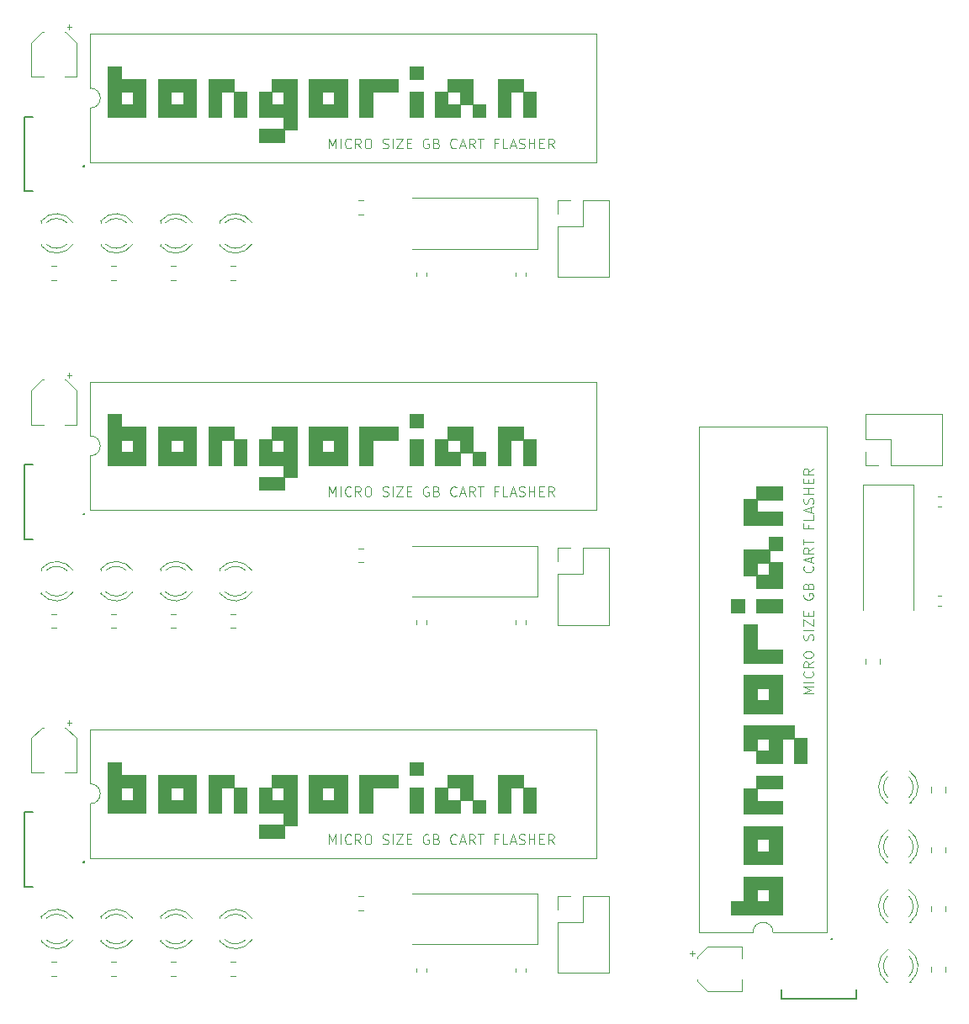
<source format=gto>
G04 #@! TF.GenerationSoftware,KiCad,Pcbnew,(5.0.0)*
G04 #@! TF.CreationDate,2018-11-07T00:59:44+09:00*
G04 #@! TF.ProjectId,gb_cart_flash,67625F636172745F666C6173682E6B69,rev?*
G04 #@! TF.SameCoordinates,Original*
G04 #@! TF.FileFunction,Legend,Top*
G04 #@! TF.FilePolarity,Positive*
%FSLAX46Y46*%
G04 Gerber Fmt 4.6, Leading zero omitted, Abs format (unit mm)*
G04 Created by KiCad (PCBNEW (5.0.0)) date 11/07/18 00:59:44*
%MOMM*%
%LPD*%
G01*
G04 APERTURE LIST*
%ADD10C,0.100000*%
%ADD11C,0.010000*%
%ADD12C,0.200000*%
%ADD13C,0.254000*%
%ADD14C,0.120000*%
G04 APERTURE END LIST*
D10*
X236452380Y-86285714D02*
X235452380Y-86285714D01*
X236166666Y-85952380D01*
X235452380Y-85619047D01*
X236452380Y-85619047D01*
X236452380Y-85142857D02*
X235452380Y-85142857D01*
X236357142Y-84095238D02*
X236404761Y-84142857D01*
X236452380Y-84285714D01*
X236452380Y-84380952D01*
X236404761Y-84523809D01*
X236309523Y-84619047D01*
X236214285Y-84666666D01*
X236023809Y-84714285D01*
X235880952Y-84714285D01*
X235690476Y-84666666D01*
X235595238Y-84619047D01*
X235500000Y-84523809D01*
X235452380Y-84380952D01*
X235452380Y-84285714D01*
X235500000Y-84142857D01*
X235547619Y-84095238D01*
X236452380Y-83095238D02*
X235976190Y-83428571D01*
X236452380Y-83666666D02*
X235452380Y-83666666D01*
X235452380Y-83285714D01*
X235500000Y-83190476D01*
X235547619Y-83142857D01*
X235642857Y-83095238D01*
X235785714Y-83095238D01*
X235880952Y-83142857D01*
X235928571Y-83190476D01*
X235976190Y-83285714D01*
X235976190Y-83666666D01*
X235452380Y-82476190D02*
X235452380Y-82285714D01*
X235500000Y-82190476D01*
X235595238Y-82095238D01*
X235785714Y-82047619D01*
X236119047Y-82047619D01*
X236309523Y-82095238D01*
X236404761Y-82190476D01*
X236452380Y-82285714D01*
X236452380Y-82476190D01*
X236404761Y-82571428D01*
X236309523Y-82666666D01*
X236119047Y-82714285D01*
X235785714Y-82714285D01*
X235595238Y-82666666D01*
X235500000Y-82571428D01*
X235452380Y-82476190D01*
X236404761Y-80904761D02*
X236452380Y-80761904D01*
X236452380Y-80523809D01*
X236404761Y-80428571D01*
X236357142Y-80380952D01*
X236261904Y-80333333D01*
X236166666Y-80333333D01*
X236071428Y-80380952D01*
X236023809Y-80428571D01*
X235976190Y-80523809D01*
X235928571Y-80714285D01*
X235880952Y-80809523D01*
X235833333Y-80857142D01*
X235738095Y-80904761D01*
X235642857Y-80904761D01*
X235547619Y-80857142D01*
X235500000Y-80809523D01*
X235452380Y-80714285D01*
X235452380Y-80476190D01*
X235500000Y-80333333D01*
X236452380Y-79904761D02*
X235452380Y-79904761D01*
X235452380Y-79523809D02*
X235452380Y-78857142D01*
X236452380Y-79523809D01*
X236452380Y-78857142D01*
X235928571Y-78476190D02*
X235928571Y-78142857D01*
X236452380Y-78000000D02*
X236452380Y-78476190D01*
X235452380Y-78476190D01*
X235452380Y-78000000D01*
X235500000Y-76285714D02*
X235452380Y-76380952D01*
X235452380Y-76523809D01*
X235500000Y-76666666D01*
X235595238Y-76761904D01*
X235690476Y-76809523D01*
X235880952Y-76857142D01*
X236023809Y-76857142D01*
X236214285Y-76809523D01*
X236309523Y-76761904D01*
X236404761Y-76666666D01*
X236452380Y-76523809D01*
X236452380Y-76428571D01*
X236404761Y-76285714D01*
X236357142Y-76238095D01*
X236023809Y-76238095D01*
X236023809Y-76428571D01*
X235928571Y-75476190D02*
X235976190Y-75333333D01*
X236023809Y-75285714D01*
X236119047Y-75238095D01*
X236261904Y-75238095D01*
X236357142Y-75285714D01*
X236404761Y-75333333D01*
X236452380Y-75428571D01*
X236452380Y-75809523D01*
X235452380Y-75809523D01*
X235452380Y-75476190D01*
X235500000Y-75380952D01*
X235547619Y-75333333D01*
X235642857Y-75285714D01*
X235738095Y-75285714D01*
X235833333Y-75333333D01*
X235880952Y-75380952D01*
X235928571Y-75476190D01*
X235928571Y-75809523D01*
X236357142Y-73476190D02*
X236404761Y-73523809D01*
X236452380Y-73666666D01*
X236452380Y-73761904D01*
X236404761Y-73904761D01*
X236309523Y-74000000D01*
X236214285Y-74047619D01*
X236023809Y-74095238D01*
X235880952Y-74095238D01*
X235690476Y-74047619D01*
X235595238Y-74000000D01*
X235500000Y-73904761D01*
X235452380Y-73761904D01*
X235452380Y-73666666D01*
X235500000Y-73523809D01*
X235547619Y-73476190D01*
X236166666Y-73095238D02*
X236166666Y-72619047D01*
X236452380Y-73190476D02*
X235452380Y-72857142D01*
X236452380Y-72523809D01*
X236452380Y-71619047D02*
X235976190Y-71952380D01*
X236452380Y-72190476D02*
X235452380Y-72190476D01*
X235452380Y-71809523D01*
X235500000Y-71714285D01*
X235547619Y-71666666D01*
X235642857Y-71619047D01*
X235785714Y-71619047D01*
X235880952Y-71666666D01*
X235928571Y-71714285D01*
X235976190Y-71809523D01*
X235976190Y-72190476D01*
X235452380Y-71333333D02*
X235452380Y-70761904D01*
X236452380Y-71047619D02*
X235452380Y-71047619D01*
X235928571Y-69333333D02*
X235928571Y-69666666D01*
X236452380Y-69666666D02*
X235452380Y-69666666D01*
X235452380Y-69190476D01*
X236452380Y-68333333D02*
X236452380Y-68809523D01*
X235452380Y-68809523D01*
X236166666Y-68047619D02*
X236166666Y-67571428D01*
X236452380Y-68142857D02*
X235452380Y-67809523D01*
X236452380Y-67476190D01*
X236404761Y-67190476D02*
X236452380Y-67047619D01*
X236452380Y-66809523D01*
X236404761Y-66714285D01*
X236357142Y-66666666D01*
X236261904Y-66619047D01*
X236166666Y-66619047D01*
X236071428Y-66666666D01*
X236023809Y-66714285D01*
X235976190Y-66809523D01*
X235928571Y-67000000D01*
X235880952Y-67095238D01*
X235833333Y-67142857D01*
X235738095Y-67190476D01*
X235642857Y-67190476D01*
X235547619Y-67142857D01*
X235500000Y-67095238D01*
X235452380Y-67000000D01*
X235452380Y-66761904D01*
X235500000Y-66619047D01*
X236452380Y-66190476D02*
X235452380Y-66190476D01*
X235928571Y-66190476D02*
X235928571Y-65619047D01*
X236452380Y-65619047D02*
X235452380Y-65619047D01*
X235928571Y-65142857D02*
X235928571Y-64809523D01*
X236452380Y-64666666D02*
X236452380Y-65142857D01*
X235452380Y-65142857D01*
X235452380Y-64666666D01*
X236452380Y-63666666D02*
X235976190Y-64000000D01*
X236452380Y-64238095D02*
X235452380Y-64238095D01*
X235452380Y-63857142D01*
X235500000Y-63761904D01*
X235547619Y-63714285D01*
X235642857Y-63666666D01*
X235785714Y-63666666D01*
X235880952Y-63714285D01*
X235928571Y-63761904D01*
X235976190Y-63857142D01*
X235976190Y-64238095D01*
X187714285Y-31452380D02*
X187714285Y-30452380D01*
X188047619Y-31166666D01*
X188380952Y-30452380D01*
X188380952Y-31452380D01*
X188857142Y-31452380D02*
X188857142Y-30452380D01*
X189904761Y-31357142D02*
X189857142Y-31404761D01*
X189714285Y-31452380D01*
X189619047Y-31452380D01*
X189476190Y-31404761D01*
X189380952Y-31309523D01*
X189333333Y-31214285D01*
X189285714Y-31023809D01*
X189285714Y-30880952D01*
X189333333Y-30690476D01*
X189380952Y-30595238D01*
X189476190Y-30500000D01*
X189619047Y-30452380D01*
X189714285Y-30452380D01*
X189857142Y-30500000D01*
X189904761Y-30547619D01*
X190904761Y-31452380D02*
X190571428Y-30976190D01*
X190333333Y-31452380D02*
X190333333Y-30452380D01*
X190714285Y-30452380D01*
X190809523Y-30500000D01*
X190857142Y-30547619D01*
X190904761Y-30642857D01*
X190904761Y-30785714D01*
X190857142Y-30880952D01*
X190809523Y-30928571D01*
X190714285Y-30976190D01*
X190333333Y-30976190D01*
X191523809Y-30452380D02*
X191714285Y-30452380D01*
X191809523Y-30500000D01*
X191904761Y-30595238D01*
X191952380Y-30785714D01*
X191952380Y-31119047D01*
X191904761Y-31309523D01*
X191809523Y-31404761D01*
X191714285Y-31452380D01*
X191523809Y-31452380D01*
X191428571Y-31404761D01*
X191333333Y-31309523D01*
X191285714Y-31119047D01*
X191285714Y-30785714D01*
X191333333Y-30595238D01*
X191428571Y-30500000D01*
X191523809Y-30452380D01*
X193095238Y-31404761D02*
X193238095Y-31452380D01*
X193476190Y-31452380D01*
X193571428Y-31404761D01*
X193619047Y-31357142D01*
X193666666Y-31261904D01*
X193666666Y-31166666D01*
X193619047Y-31071428D01*
X193571428Y-31023809D01*
X193476190Y-30976190D01*
X193285714Y-30928571D01*
X193190476Y-30880952D01*
X193142857Y-30833333D01*
X193095238Y-30738095D01*
X193095238Y-30642857D01*
X193142857Y-30547619D01*
X193190476Y-30500000D01*
X193285714Y-30452380D01*
X193523809Y-30452380D01*
X193666666Y-30500000D01*
X194095238Y-31452380D02*
X194095238Y-30452380D01*
X194476190Y-30452380D02*
X195142857Y-30452380D01*
X194476190Y-31452380D01*
X195142857Y-31452380D01*
X195523809Y-30928571D02*
X195857142Y-30928571D01*
X196000000Y-31452380D02*
X195523809Y-31452380D01*
X195523809Y-30452380D01*
X196000000Y-30452380D01*
X197714285Y-30500000D02*
X197619047Y-30452380D01*
X197476190Y-30452380D01*
X197333333Y-30500000D01*
X197238095Y-30595238D01*
X197190476Y-30690476D01*
X197142857Y-30880952D01*
X197142857Y-31023809D01*
X197190476Y-31214285D01*
X197238095Y-31309523D01*
X197333333Y-31404761D01*
X197476190Y-31452380D01*
X197571428Y-31452380D01*
X197714285Y-31404761D01*
X197761904Y-31357142D01*
X197761904Y-31023809D01*
X197571428Y-31023809D01*
X198523809Y-30928571D02*
X198666666Y-30976190D01*
X198714285Y-31023809D01*
X198761904Y-31119047D01*
X198761904Y-31261904D01*
X198714285Y-31357142D01*
X198666666Y-31404761D01*
X198571428Y-31452380D01*
X198190476Y-31452380D01*
X198190476Y-30452380D01*
X198523809Y-30452380D01*
X198619047Y-30500000D01*
X198666666Y-30547619D01*
X198714285Y-30642857D01*
X198714285Y-30738095D01*
X198666666Y-30833333D01*
X198619047Y-30880952D01*
X198523809Y-30928571D01*
X198190476Y-30928571D01*
X200523809Y-31357142D02*
X200476190Y-31404761D01*
X200333333Y-31452380D01*
X200238095Y-31452380D01*
X200095238Y-31404761D01*
X200000000Y-31309523D01*
X199952380Y-31214285D01*
X199904761Y-31023809D01*
X199904761Y-30880952D01*
X199952380Y-30690476D01*
X200000000Y-30595238D01*
X200095238Y-30500000D01*
X200238095Y-30452380D01*
X200333333Y-30452380D01*
X200476190Y-30500000D01*
X200523809Y-30547619D01*
X200904761Y-31166666D02*
X201380952Y-31166666D01*
X200809523Y-31452380D02*
X201142857Y-30452380D01*
X201476190Y-31452380D01*
X202380952Y-31452380D02*
X202047619Y-30976190D01*
X201809523Y-31452380D02*
X201809523Y-30452380D01*
X202190476Y-30452380D01*
X202285714Y-30500000D01*
X202333333Y-30547619D01*
X202380952Y-30642857D01*
X202380952Y-30785714D01*
X202333333Y-30880952D01*
X202285714Y-30928571D01*
X202190476Y-30976190D01*
X201809523Y-30976190D01*
X202666666Y-30452380D02*
X203238095Y-30452380D01*
X202952380Y-31452380D02*
X202952380Y-30452380D01*
X204666666Y-30928571D02*
X204333333Y-30928571D01*
X204333333Y-31452380D02*
X204333333Y-30452380D01*
X204809523Y-30452380D01*
X205666666Y-31452380D02*
X205190476Y-31452380D01*
X205190476Y-30452380D01*
X205952380Y-31166666D02*
X206428571Y-31166666D01*
X205857142Y-31452380D02*
X206190476Y-30452380D01*
X206523809Y-31452380D01*
X206809523Y-31404761D02*
X206952380Y-31452380D01*
X207190476Y-31452380D01*
X207285714Y-31404761D01*
X207333333Y-31357142D01*
X207380952Y-31261904D01*
X207380952Y-31166666D01*
X207333333Y-31071428D01*
X207285714Y-31023809D01*
X207190476Y-30976190D01*
X207000000Y-30928571D01*
X206904761Y-30880952D01*
X206857142Y-30833333D01*
X206809523Y-30738095D01*
X206809523Y-30642857D01*
X206857142Y-30547619D01*
X206904761Y-30500000D01*
X207000000Y-30452380D01*
X207238095Y-30452380D01*
X207380952Y-30500000D01*
X207809523Y-31452380D02*
X207809523Y-30452380D01*
X207809523Y-30928571D02*
X208380952Y-30928571D01*
X208380952Y-31452380D02*
X208380952Y-30452380D01*
X208857142Y-30928571D02*
X209190476Y-30928571D01*
X209333333Y-31452380D02*
X208857142Y-31452380D01*
X208857142Y-30452380D01*
X209333333Y-30452380D01*
X210333333Y-31452380D02*
X210000000Y-30976190D01*
X209761904Y-31452380D02*
X209761904Y-30452380D01*
X210142857Y-30452380D01*
X210238095Y-30500000D01*
X210285714Y-30547619D01*
X210333333Y-30642857D01*
X210333333Y-30785714D01*
X210285714Y-30880952D01*
X210238095Y-30928571D01*
X210142857Y-30976190D01*
X209761904Y-30976190D01*
X187714285Y-66452380D02*
X187714285Y-65452380D01*
X188047619Y-66166666D01*
X188380952Y-65452380D01*
X188380952Y-66452380D01*
X188857142Y-66452380D02*
X188857142Y-65452380D01*
X189904761Y-66357142D02*
X189857142Y-66404761D01*
X189714285Y-66452380D01*
X189619047Y-66452380D01*
X189476190Y-66404761D01*
X189380952Y-66309523D01*
X189333333Y-66214285D01*
X189285714Y-66023809D01*
X189285714Y-65880952D01*
X189333333Y-65690476D01*
X189380952Y-65595238D01*
X189476190Y-65500000D01*
X189619047Y-65452380D01*
X189714285Y-65452380D01*
X189857142Y-65500000D01*
X189904761Y-65547619D01*
X190904761Y-66452380D02*
X190571428Y-65976190D01*
X190333333Y-66452380D02*
X190333333Y-65452380D01*
X190714285Y-65452380D01*
X190809523Y-65500000D01*
X190857142Y-65547619D01*
X190904761Y-65642857D01*
X190904761Y-65785714D01*
X190857142Y-65880952D01*
X190809523Y-65928571D01*
X190714285Y-65976190D01*
X190333333Y-65976190D01*
X191523809Y-65452380D02*
X191714285Y-65452380D01*
X191809523Y-65500000D01*
X191904761Y-65595238D01*
X191952380Y-65785714D01*
X191952380Y-66119047D01*
X191904761Y-66309523D01*
X191809523Y-66404761D01*
X191714285Y-66452380D01*
X191523809Y-66452380D01*
X191428571Y-66404761D01*
X191333333Y-66309523D01*
X191285714Y-66119047D01*
X191285714Y-65785714D01*
X191333333Y-65595238D01*
X191428571Y-65500000D01*
X191523809Y-65452380D01*
X193095238Y-66404761D02*
X193238095Y-66452380D01*
X193476190Y-66452380D01*
X193571428Y-66404761D01*
X193619047Y-66357142D01*
X193666666Y-66261904D01*
X193666666Y-66166666D01*
X193619047Y-66071428D01*
X193571428Y-66023809D01*
X193476190Y-65976190D01*
X193285714Y-65928571D01*
X193190476Y-65880952D01*
X193142857Y-65833333D01*
X193095238Y-65738095D01*
X193095238Y-65642857D01*
X193142857Y-65547619D01*
X193190476Y-65500000D01*
X193285714Y-65452380D01*
X193523809Y-65452380D01*
X193666666Y-65500000D01*
X194095238Y-66452380D02*
X194095238Y-65452380D01*
X194476190Y-65452380D02*
X195142857Y-65452380D01*
X194476190Y-66452380D01*
X195142857Y-66452380D01*
X195523809Y-65928571D02*
X195857142Y-65928571D01*
X196000000Y-66452380D02*
X195523809Y-66452380D01*
X195523809Y-65452380D01*
X196000000Y-65452380D01*
X197714285Y-65500000D02*
X197619047Y-65452380D01*
X197476190Y-65452380D01*
X197333333Y-65500000D01*
X197238095Y-65595238D01*
X197190476Y-65690476D01*
X197142857Y-65880952D01*
X197142857Y-66023809D01*
X197190476Y-66214285D01*
X197238095Y-66309523D01*
X197333333Y-66404761D01*
X197476190Y-66452380D01*
X197571428Y-66452380D01*
X197714285Y-66404761D01*
X197761904Y-66357142D01*
X197761904Y-66023809D01*
X197571428Y-66023809D01*
X198523809Y-65928571D02*
X198666666Y-65976190D01*
X198714285Y-66023809D01*
X198761904Y-66119047D01*
X198761904Y-66261904D01*
X198714285Y-66357142D01*
X198666666Y-66404761D01*
X198571428Y-66452380D01*
X198190476Y-66452380D01*
X198190476Y-65452380D01*
X198523809Y-65452380D01*
X198619047Y-65500000D01*
X198666666Y-65547619D01*
X198714285Y-65642857D01*
X198714285Y-65738095D01*
X198666666Y-65833333D01*
X198619047Y-65880952D01*
X198523809Y-65928571D01*
X198190476Y-65928571D01*
X200523809Y-66357142D02*
X200476190Y-66404761D01*
X200333333Y-66452380D01*
X200238095Y-66452380D01*
X200095238Y-66404761D01*
X200000000Y-66309523D01*
X199952380Y-66214285D01*
X199904761Y-66023809D01*
X199904761Y-65880952D01*
X199952380Y-65690476D01*
X200000000Y-65595238D01*
X200095238Y-65500000D01*
X200238095Y-65452380D01*
X200333333Y-65452380D01*
X200476190Y-65500000D01*
X200523809Y-65547619D01*
X200904761Y-66166666D02*
X201380952Y-66166666D01*
X200809523Y-66452380D02*
X201142857Y-65452380D01*
X201476190Y-66452380D01*
X202380952Y-66452380D02*
X202047619Y-65976190D01*
X201809523Y-66452380D02*
X201809523Y-65452380D01*
X202190476Y-65452380D01*
X202285714Y-65500000D01*
X202333333Y-65547619D01*
X202380952Y-65642857D01*
X202380952Y-65785714D01*
X202333333Y-65880952D01*
X202285714Y-65928571D01*
X202190476Y-65976190D01*
X201809523Y-65976190D01*
X202666666Y-65452380D02*
X203238095Y-65452380D01*
X202952380Y-66452380D02*
X202952380Y-65452380D01*
X204666666Y-65928571D02*
X204333333Y-65928571D01*
X204333333Y-66452380D02*
X204333333Y-65452380D01*
X204809523Y-65452380D01*
X205666666Y-66452380D02*
X205190476Y-66452380D01*
X205190476Y-65452380D01*
X205952380Y-66166666D02*
X206428571Y-66166666D01*
X205857142Y-66452380D02*
X206190476Y-65452380D01*
X206523809Y-66452380D01*
X206809523Y-66404761D02*
X206952380Y-66452380D01*
X207190476Y-66452380D01*
X207285714Y-66404761D01*
X207333333Y-66357142D01*
X207380952Y-66261904D01*
X207380952Y-66166666D01*
X207333333Y-66071428D01*
X207285714Y-66023809D01*
X207190476Y-65976190D01*
X207000000Y-65928571D01*
X206904761Y-65880952D01*
X206857142Y-65833333D01*
X206809523Y-65738095D01*
X206809523Y-65642857D01*
X206857142Y-65547619D01*
X206904761Y-65500000D01*
X207000000Y-65452380D01*
X207238095Y-65452380D01*
X207380952Y-65500000D01*
X207809523Y-66452380D02*
X207809523Y-65452380D01*
X207809523Y-65928571D02*
X208380952Y-65928571D01*
X208380952Y-66452380D02*
X208380952Y-65452380D01*
X208857142Y-65928571D02*
X209190476Y-65928571D01*
X209333333Y-66452380D02*
X208857142Y-66452380D01*
X208857142Y-65452380D01*
X209333333Y-65452380D01*
X210333333Y-66452380D02*
X210000000Y-65976190D01*
X209761904Y-66452380D02*
X209761904Y-65452380D01*
X210142857Y-65452380D01*
X210238095Y-65500000D01*
X210285714Y-65547619D01*
X210333333Y-65642857D01*
X210333333Y-65785714D01*
X210285714Y-65880952D01*
X210238095Y-65928571D01*
X210142857Y-65976190D01*
X209761904Y-65976190D01*
X187714285Y-101452380D02*
X187714285Y-100452380D01*
X188047619Y-101166666D01*
X188380952Y-100452380D01*
X188380952Y-101452380D01*
X188857142Y-101452380D02*
X188857142Y-100452380D01*
X189904761Y-101357142D02*
X189857142Y-101404761D01*
X189714285Y-101452380D01*
X189619047Y-101452380D01*
X189476190Y-101404761D01*
X189380952Y-101309523D01*
X189333333Y-101214285D01*
X189285714Y-101023809D01*
X189285714Y-100880952D01*
X189333333Y-100690476D01*
X189380952Y-100595238D01*
X189476190Y-100500000D01*
X189619047Y-100452380D01*
X189714285Y-100452380D01*
X189857142Y-100500000D01*
X189904761Y-100547619D01*
X190904761Y-101452380D02*
X190571428Y-100976190D01*
X190333333Y-101452380D02*
X190333333Y-100452380D01*
X190714285Y-100452380D01*
X190809523Y-100500000D01*
X190857142Y-100547619D01*
X190904761Y-100642857D01*
X190904761Y-100785714D01*
X190857142Y-100880952D01*
X190809523Y-100928571D01*
X190714285Y-100976190D01*
X190333333Y-100976190D01*
X191523809Y-100452380D02*
X191714285Y-100452380D01*
X191809523Y-100500000D01*
X191904761Y-100595238D01*
X191952380Y-100785714D01*
X191952380Y-101119047D01*
X191904761Y-101309523D01*
X191809523Y-101404761D01*
X191714285Y-101452380D01*
X191523809Y-101452380D01*
X191428571Y-101404761D01*
X191333333Y-101309523D01*
X191285714Y-101119047D01*
X191285714Y-100785714D01*
X191333333Y-100595238D01*
X191428571Y-100500000D01*
X191523809Y-100452380D01*
X193095238Y-101404761D02*
X193238095Y-101452380D01*
X193476190Y-101452380D01*
X193571428Y-101404761D01*
X193619047Y-101357142D01*
X193666666Y-101261904D01*
X193666666Y-101166666D01*
X193619047Y-101071428D01*
X193571428Y-101023809D01*
X193476190Y-100976190D01*
X193285714Y-100928571D01*
X193190476Y-100880952D01*
X193142857Y-100833333D01*
X193095238Y-100738095D01*
X193095238Y-100642857D01*
X193142857Y-100547619D01*
X193190476Y-100500000D01*
X193285714Y-100452380D01*
X193523809Y-100452380D01*
X193666666Y-100500000D01*
X194095238Y-101452380D02*
X194095238Y-100452380D01*
X194476190Y-100452380D02*
X195142857Y-100452380D01*
X194476190Y-101452380D01*
X195142857Y-101452380D01*
X195523809Y-100928571D02*
X195857142Y-100928571D01*
X196000000Y-101452380D02*
X195523809Y-101452380D01*
X195523809Y-100452380D01*
X196000000Y-100452380D01*
X197714285Y-100500000D02*
X197619047Y-100452380D01*
X197476190Y-100452380D01*
X197333333Y-100500000D01*
X197238095Y-100595238D01*
X197190476Y-100690476D01*
X197142857Y-100880952D01*
X197142857Y-101023809D01*
X197190476Y-101214285D01*
X197238095Y-101309523D01*
X197333333Y-101404761D01*
X197476190Y-101452380D01*
X197571428Y-101452380D01*
X197714285Y-101404761D01*
X197761904Y-101357142D01*
X197761904Y-101023809D01*
X197571428Y-101023809D01*
X198523809Y-100928571D02*
X198666666Y-100976190D01*
X198714285Y-101023809D01*
X198761904Y-101119047D01*
X198761904Y-101261904D01*
X198714285Y-101357142D01*
X198666666Y-101404761D01*
X198571428Y-101452380D01*
X198190476Y-101452380D01*
X198190476Y-100452380D01*
X198523809Y-100452380D01*
X198619047Y-100500000D01*
X198666666Y-100547619D01*
X198714285Y-100642857D01*
X198714285Y-100738095D01*
X198666666Y-100833333D01*
X198619047Y-100880952D01*
X198523809Y-100928571D01*
X198190476Y-100928571D01*
X200523809Y-101357142D02*
X200476190Y-101404761D01*
X200333333Y-101452380D01*
X200238095Y-101452380D01*
X200095238Y-101404761D01*
X200000000Y-101309523D01*
X199952380Y-101214285D01*
X199904761Y-101023809D01*
X199904761Y-100880952D01*
X199952380Y-100690476D01*
X200000000Y-100595238D01*
X200095238Y-100500000D01*
X200238095Y-100452380D01*
X200333333Y-100452380D01*
X200476190Y-100500000D01*
X200523809Y-100547619D01*
X200904761Y-101166666D02*
X201380952Y-101166666D01*
X200809523Y-101452380D02*
X201142857Y-100452380D01*
X201476190Y-101452380D01*
X202380952Y-101452380D02*
X202047619Y-100976190D01*
X201809523Y-101452380D02*
X201809523Y-100452380D01*
X202190476Y-100452380D01*
X202285714Y-100500000D01*
X202333333Y-100547619D01*
X202380952Y-100642857D01*
X202380952Y-100785714D01*
X202333333Y-100880952D01*
X202285714Y-100928571D01*
X202190476Y-100976190D01*
X201809523Y-100976190D01*
X202666666Y-100452380D02*
X203238095Y-100452380D01*
X202952380Y-101452380D02*
X202952380Y-100452380D01*
X204666666Y-100928571D02*
X204333333Y-100928571D01*
X204333333Y-101452380D02*
X204333333Y-100452380D01*
X204809523Y-100452380D01*
X205666666Y-101452380D02*
X205190476Y-101452380D01*
X205190476Y-100452380D01*
X205952380Y-101166666D02*
X206428571Y-101166666D01*
X205857142Y-101452380D02*
X206190476Y-100452380D01*
X206523809Y-101452380D01*
X206809523Y-101404761D02*
X206952380Y-101452380D01*
X207190476Y-101452380D01*
X207285714Y-101404761D01*
X207333333Y-101357142D01*
X207380952Y-101261904D01*
X207380952Y-101166666D01*
X207333333Y-101071428D01*
X207285714Y-101023809D01*
X207190476Y-100976190D01*
X207000000Y-100928571D01*
X206904761Y-100880952D01*
X206857142Y-100833333D01*
X206809523Y-100738095D01*
X206809523Y-100642857D01*
X206857142Y-100547619D01*
X206904761Y-100500000D01*
X207000000Y-100452380D01*
X207238095Y-100452380D01*
X207380952Y-100500000D01*
X207809523Y-101452380D02*
X207809523Y-100452380D01*
X207809523Y-100928571D02*
X208380952Y-100928571D01*
X208380952Y-101452380D02*
X208380952Y-100452380D01*
X208857142Y-100928571D02*
X209190476Y-100928571D01*
X209333333Y-101452380D02*
X208857142Y-101452380D01*
X208857142Y-100452380D01*
X209333333Y-100452380D01*
X210333333Y-101452380D02*
X210000000Y-100976190D01*
X209761904Y-101452380D02*
X209761904Y-100452380D01*
X210142857Y-100452380D01*
X210238095Y-100500000D01*
X210285714Y-100547619D01*
X210333333Y-100642857D01*
X210333333Y-100785714D01*
X210285714Y-100880952D01*
X210238095Y-100928571D01*
X210142857Y-100976190D01*
X209761904Y-100976190D01*
D11*
G04 #@! TO.C,G\002A\002A\002A*
G36*
X229507037Y-76840000D02*
X229507037Y-78157037D01*
X228190000Y-78157037D01*
X228190000Y-76840000D01*
X229507037Y-76840000D01*
X229507037Y-76840000D01*
G37*
X229507037Y-76840000D02*
X229507037Y-78157037D01*
X228190000Y-78157037D01*
X228190000Y-76840000D01*
X229507037Y-76840000D01*
G36*
X230730000Y-66727037D02*
X230730000Y-65457037D01*
X233317037Y-65457037D01*
X233317037Y-66774074D01*
X230777037Y-66774074D01*
X230777037Y-67997037D01*
X233317037Y-67997037D01*
X233317037Y-69314074D01*
X229460000Y-69314074D01*
X229460000Y-66727037D01*
X230730000Y-66727037D01*
X230730000Y-66727037D01*
G37*
X230730000Y-66727037D02*
X230730000Y-65457037D01*
X233317037Y-65457037D01*
X233317037Y-66774074D01*
X230777037Y-66774074D01*
X230777037Y-67997037D01*
X233317037Y-67997037D01*
X233317037Y-69314074D01*
X229460000Y-69314074D01*
X229460000Y-66727037D01*
X230730000Y-66727037D01*
G36*
X232000000Y-71807037D02*
X232000000Y-70537037D01*
X233317037Y-70537037D01*
X233317037Y-71854074D01*
X232047037Y-71854074D01*
X232047037Y-73077037D01*
X233317037Y-73077037D01*
X233317037Y-75664074D01*
X230777037Y-75664074D01*
X230777037Y-74347037D01*
X232000000Y-74347037D01*
X232000000Y-73124074D01*
X230777037Y-73124074D01*
X230777037Y-74347037D01*
X230777037Y-75664074D01*
X230730000Y-75664074D01*
X230730000Y-74394074D01*
X229460000Y-74394074D01*
X229460000Y-71807037D01*
X232000000Y-71807037D01*
X232000000Y-71807037D01*
G37*
X232000000Y-71807037D02*
X232000000Y-70537037D01*
X233317037Y-70537037D01*
X233317037Y-71854074D01*
X232047037Y-71854074D01*
X232047037Y-73077037D01*
X233317037Y-73077037D01*
X233317037Y-75664074D01*
X230777037Y-75664074D01*
X230777037Y-74347037D01*
X232000000Y-74347037D01*
X232000000Y-73124074D01*
X230777037Y-73124074D01*
X230777037Y-74347037D01*
X230777037Y-75664074D01*
X230730000Y-75664074D01*
X230730000Y-74394074D01*
X229460000Y-74394074D01*
X229460000Y-71807037D01*
X232000000Y-71807037D01*
G36*
X233317037Y-76840000D02*
X233317037Y-78157037D01*
X230730000Y-78157037D01*
X230730000Y-76840000D01*
X233317037Y-76840000D01*
X233317037Y-76840000D01*
G37*
X233317037Y-76840000D02*
X233317037Y-78157037D01*
X230730000Y-78157037D01*
X230730000Y-76840000D01*
X233317037Y-76840000D01*
G36*
X230777037Y-79380000D02*
X230777037Y-81920000D01*
X233317037Y-81920000D01*
X233317037Y-83237037D01*
X229460000Y-83237037D01*
X229460000Y-79380000D01*
X230777037Y-79380000D01*
X230777037Y-79380000D01*
G37*
X230777037Y-79380000D02*
X230777037Y-81920000D01*
X233317037Y-81920000D01*
X233317037Y-83237037D01*
X229460000Y-83237037D01*
X229460000Y-79380000D01*
X230777037Y-79380000D01*
G36*
X233317037Y-84460000D02*
X233317037Y-88317037D01*
X230777037Y-88317037D01*
X230777037Y-87000000D01*
X232000000Y-87000000D01*
X232000000Y-85777037D01*
X230777037Y-85777037D01*
X230777037Y-87000000D01*
X230777037Y-88317037D01*
X229460000Y-88317037D01*
X229460000Y-84460000D01*
X233317037Y-84460000D01*
X233317037Y-84460000D01*
G37*
X233317037Y-84460000D02*
X233317037Y-88317037D01*
X230777037Y-88317037D01*
X230777037Y-87000000D01*
X232000000Y-87000000D01*
X232000000Y-85777037D01*
X230777037Y-85777037D01*
X230777037Y-87000000D01*
X230777037Y-88317037D01*
X229460000Y-88317037D01*
X229460000Y-84460000D01*
X233317037Y-84460000D01*
G36*
X230730000Y-95842962D02*
X230730000Y-94572962D01*
X233317037Y-94572962D01*
X233317037Y-95890000D01*
X230777037Y-95890000D01*
X230777037Y-97112962D01*
X233317037Y-97112962D01*
X233317037Y-98430000D01*
X229460000Y-98430000D01*
X229460000Y-95842962D01*
X230730000Y-95842962D01*
X230730000Y-95842962D01*
G37*
X230730000Y-95842962D02*
X230730000Y-94572962D01*
X233317037Y-94572962D01*
X233317037Y-95890000D01*
X230777037Y-95890000D01*
X230777037Y-97112962D01*
X233317037Y-97112962D01*
X233317037Y-98430000D01*
X229460000Y-98430000D01*
X229460000Y-95842962D01*
X230730000Y-95842962D01*
G36*
X233317037Y-99652962D02*
X233317037Y-103510000D01*
X230777037Y-103510000D01*
X230777037Y-102192962D01*
X232000000Y-102192962D01*
X232000000Y-100970000D01*
X230777037Y-100970000D01*
X230777037Y-102192962D01*
X230777037Y-103510000D01*
X229460000Y-103510000D01*
X229460000Y-99652962D01*
X233317037Y-99652962D01*
X233317037Y-99652962D01*
G37*
X233317037Y-99652962D02*
X233317037Y-103510000D01*
X230777037Y-103510000D01*
X230777037Y-102192962D01*
X232000000Y-102192962D01*
X232000000Y-100970000D01*
X230777037Y-100970000D01*
X230777037Y-102192962D01*
X230777037Y-103510000D01*
X229460000Y-103510000D01*
X229460000Y-99652962D01*
X233317037Y-99652962D01*
G36*
X229460000Y-107225925D02*
X229460000Y-104732962D01*
X233317037Y-104732962D01*
X233317037Y-108542962D01*
X230777037Y-108542962D01*
X230777037Y-107225925D01*
X232000000Y-107225925D01*
X232000000Y-106050000D01*
X230777037Y-106050000D01*
X230777037Y-107225925D01*
X230777037Y-108542962D01*
X228190000Y-108542962D01*
X228190000Y-107225925D01*
X229460000Y-107225925D01*
X229460000Y-107225925D01*
G37*
X229460000Y-107225925D02*
X229460000Y-104732962D01*
X233317037Y-104732962D01*
X233317037Y-108542962D01*
X230777037Y-108542962D01*
X230777037Y-107225925D01*
X232000000Y-107225925D01*
X232000000Y-106050000D01*
X230777037Y-106050000D01*
X230777037Y-107225925D01*
X230777037Y-108542962D01*
X228190000Y-108542962D01*
X228190000Y-107225925D01*
X229460000Y-107225925D01*
G36*
X234540000Y-89540000D02*
X234540000Y-90810000D01*
X235810000Y-90810000D01*
X235810000Y-93350000D01*
X234492962Y-93350000D01*
X234492962Y-90857037D01*
X233317037Y-90857037D01*
X233317037Y-93350000D01*
X230777037Y-93350000D01*
X230777037Y-92032962D01*
X232000000Y-92032962D01*
X232000000Y-90857037D01*
X230777037Y-90857037D01*
X230777037Y-92032962D01*
X230777037Y-93350000D01*
X230730000Y-93350000D01*
X230730000Y-92080000D01*
X229460000Y-92080000D01*
X229460000Y-89540000D01*
X234540000Y-89540000D01*
X234540000Y-89540000D01*
G37*
X234540000Y-89540000D02*
X234540000Y-90810000D01*
X235810000Y-90810000D01*
X235810000Y-93350000D01*
X234492962Y-93350000D01*
X234492962Y-90857037D01*
X233317037Y-90857037D01*
X233317037Y-93350000D01*
X230777037Y-93350000D01*
X230777037Y-92032962D01*
X232000000Y-92032962D01*
X232000000Y-90857037D01*
X230777037Y-90857037D01*
X230777037Y-92032962D01*
X230777037Y-93350000D01*
X230730000Y-93350000D01*
X230730000Y-92080000D01*
X229460000Y-92080000D01*
X229460000Y-89540000D01*
X234540000Y-89540000D01*
D12*
G04 #@! TO.C,J1*
X233250000Y-117000000D02*
X240750000Y-117000000D01*
X233250000Y-117000000D02*
X233250000Y-116125000D01*
X240750000Y-117000000D02*
X240750000Y-116125000D01*
D13*
X238287000Y-111009000D02*
G75*
G03X238287000Y-111009000I-34000J0D01*
G01*
D14*
G04 #@! TO.C,D3*
X246080000Y-103290000D02*
X246236000Y-103290000D01*
X243764000Y-103290000D02*
X243920000Y-103290000D01*
X246079837Y-100688870D02*
G75*
G02X246080000Y-102770961I-1079837J-1041130D01*
G01*
X243920163Y-100688870D02*
G75*
G03X243920000Y-102770961I1079837J-1041130D01*
G01*
X246078608Y-100057665D02*
G75*
G02X246235516Y-103290000I-1078608J-1672335D01*
G01*
X243921392Y-100057665D02*
G75*
G03X243764484Y-103290000I1078608J-1672335D01*
G01*
G04 #@! TO.C,Y1*
X241450000Y-65300000D02*
X241450000Y-77900000D01*
X246550000Y-65300000D02*
X241450000Y-65300000D01*
X246550000Y-77900000D02*
X246550000Y-65300000D01*
G04 #@! TO.C,U1*
X224920000Y-110330000D02*
X230380000Y-110330000D01*
X224920000Y-59410000D02*
X224920000Y-110330000D01*
X237840000Y-59410000D02*
X224920000Y-59410000D01*
X237840000Y-110330000D02*
X237840000Y-59410000D01*
X232380000Y-110330000D02*
X237840000Y-110330000D01*
X230380000Y-110330000D02*
G75*
G02X232380000Y-110330000I1000000J0D01*
G01*
G04 #@! TO.C,D4*
X243921392Y-94057665D02*
G75*
G03X243764484Y-97290000I1078608J-1672335D01*
G01*
X246078608Y-94057665D02*
G75*
G02X246235516Y-97290000I-1078608J-1672335D01*
G01*
X243920163Y-94688870D02*
G75*
G03X243920000Y-96770961I1079837J-1041130D01*
G01*
X246079837Y-94688870D02*
G75*
G02X246080000Y-96770961I-1079837J-1041130D01*
G01*
X243764000Y-97290000D02*
X243920000Y-97290000D01*
X246080000Y-97290000D02*
X246236000Y-97290000D01*
G04 #@! TO.C,R5*
X248290000Y-95713748D02*
X248290000Y-96236252D01*
X249710000Y-95713748D02*
X249710000Y-96236252D01*
G04 #@! TO.C,R4*
X249710000Y-101738748D02*
X249710000Y-102261252D01*
X248290000Y-101738748D02*
X248290000Y-102261252D01*
G04 #@! TO.C,R3*
X249710000Y-107713748D02*
X249710000Y-108236252D01*
X248290000Y-107713748D02*
X248290000Y-108236252D01*
G04 #@! TO.C,C6*
X224250000Y-112190000D02*
X224250000Y-112690000D01*
X224000000Y-112440000D02*
X224500000Y-112440000D01*
X224740000Y-115195563D02*
X225804437Y-116260000D01*
X224740000Y-112804437D02*
X225804437Y-111740000D01*
X224740000Y-112804437D02*
X224740000Y-112940000D01*
X224740000Y-115195563D02*
X224740000Y-115060000D01*
X225804437Y-116260000D02*
X229260000Y-116260000D01*
X225804437Y-111740000D02*
X229260000Y-111740000D01*
X229260000Y-111740000D02*
X229260000Y-112940000D01*
X229260000Y-116260000D02*
X229260000Y-115060000D01*
G04 #@! TO.C,R2*
X248290000Y-113763748D02*
X248290000Y-114286252D01*
X249710000Y-113763748D02*
X249710000Y-114286252D01*
G04 #@! TO.C,D1*
X246080000Y-115290000D02*
X246236000Y-115290000D01*
X243764000Y-115290000D02*
X243920000Y-115290000D01*
X246079837Y-112688870D02*
G75*
G02X246080000Y-114770961I-1079837J-1041130D01*
G01*
X243920163Y-112688870D02*
G75*
G03X243920000Y-114770961I1079837J-1041130D01*
G01*
X246078608Y-112057665D02*
G75*
G02X246235516Y-115290000I-1078608J-1672335D01*
G01*
X243921392Y-112057665D02*
G75*
G03X243764484Y-115290000I1078608J-1672335D01*
G01*
G04 #@! TO.C,D2*
X243921392Y-106057665D02*
G75*
G03X243764484Y-109290000I1078608J-1672335D01*
G01*
X246078608Y-106057665D02*
G75*
G02X246235516Y-109290000I-1078608J-1672335D01*
G01*
X243920163Y-106688870D02*
G75*
G03X243920000Y-108770961I1079837J-1041130D01*
G01*
X246079837Y-106688870D02*
G75*
G02X246080000Y-108770961I-1079837J-1041130D01*
G01*
X243764000Y-109290000D02*
X243920000Y-109290000D01*
X246080000Y-109290000D02*
X246236000Y-109290000D01*
G04 #@! TO.C,J3*
X241670000Y-63330000D02*
X241670000Y-62000000D01*
X243000000Y-63330000D02*
X241670000Y-63330000D01*
X241670000Y-60730000D02*
X241670000Y-58130000D01*
X244270000Y-60730000D02*
X241670000Y-60730000D01*
X244270000Y-63330000D02*
X244270000Y-60730000D01*
X241670000Y-58130000D02*
X249410000Y-58130000D01*
X244270000Y-63330000D02*
X249410000Y-63330000D01*
X249410000Y-63330000D02*
X249410000Y-58130000D01*
G04 #@! TO.C,C3*
X241690000Y-82813748D02*
X241690000Y-83336252D01*
X243110000Y-82813748D02*
X243110000Y-83336252D01*
G04 #@! TO.C,C2*
X248953733Y-76490000D02*
X249296267Y-76490000D01*
X248953733Y-77510000D02*
X249296267Y-77510000D01*
G04 #@! TO.C,C1*
X248953733Y-67510000D02*
X249296267Y-67510000D01*
X248953733Y-66490000D02*
X249296267Y-66490000D01*
D11*
G04 #@! TO.C,G\002A\002A\002A*
G36*
X197160000Y-24507037D02*
X195842963Y-24507037D01*
X195842963Y-23190000D01*
X197160000Y-23190000D01*
X197160000Y-24507037D01*
X197160000Y-24507037D01*
G37*
X197160000Y-24507037D02*
X195842963Y-24507037D01*
X195842963Y-23190000D01*
X197160000Y-23190000D01*
X197160000Y-24507037D01*
G36*
X207272963Y-25730000D02*
X208542963Y-25730000D01*
X208542963Y-28317037D01*
X207225926Y-28317037D01*
X207225926Y-25777037D01*
X206002963Y-25777037D01*
X206002963Y-28317037D01*
X204685926Y-28317037D01*
X204685926Y-24460000D01*
X207272963Y-24460000D01*
X207272963Y-25730000D01*
X207272963Y-25730000D01*
G37*
X207272963Y-25730000D02*
X208542963Y-25730000D01*
X208542963Y-28317037D01*
X207225926Y-28317037D01*
X207225926Y-25777037D01*
X206002963Y-25777037D01*
X206002963Y-28317037D01*
X204685926Y-28317037D01*
X204685926Y-24460000D01*
X207272963Y-24460000D01*
X207272963Y-25730000D01*
G36*
X202192963Y-27000000D02*
X203462963Y-27000000D01*
X203462963Y-28317037D01*
X202145926Y-28317037D01*
X202145926Y-27047037D01*
X200922963Y-27047037D01*
X200922963Y-28317037D01*
X198335926Y-28317037D01*
X198335926Y-25777037D01*
X199652963Y-25777037D01*
X199652963Y-27000000D01*
X200875926Y-27000000D01*
X200875926Y-25777037D01*
X199652963Y-25777037D01*
X198335926Y-25777037D01*
X198335926Y-25730000D01*
X199605926Y-25730000D01*
X199605926Y-24460000D01*
X202192963Y-24460000D01*
X202192963Y-27000000D01*
X202192963Y-27000000D01*
G37*
X202192963Y-27000000D02*
X203462963Y-27000000D01*
X203462963Y-28317037D01*
X202145926Y-28317037D01*
X202145926Y-27047037D01*
X200922963Y-27047037D01*
X200922963Y-28317037D01*
X198335926Y-28317037D01*
X198335926Y-25777037D01*
X199652963Y-25777037D01*
X199652963Y-27000000D01*
X200875926Y-27000000D01*
X200875926Y-25777037D01*
X199652963Y-25777037D01*
X198335926Y-25777037D01*
X198335926Y-25730000D01*
X199605926Y-25730000D01*
X199605926Y-24460000D01*
X202192963Y-24460000D01*
X202192963Y-27000000D01*
G36*
X197160000Y-28317037D02*
X195842963Y-28317037D01*
X195842963Y-25730000D01*
X197160000Y-25730000D01*
X197160000Y-28317037D01*
X197160000Y-28317037D01*
G37*
X197160000Y-28317037D02*
X195842963Y-28317037D01*
X195842963Y-25730000D01*
X197160000Y-25730000D01*
X197160000Y-28317037D01*
G36*
X194620000Y-25777037D02*
X192080000Y-25777037D01*
X192080000Y-28317037D01*
X190762963Y-28317037D01*
X190762963Y-24460000D01*
X194620000Y-24460000D01*
X194620000Y-25777037D01*
X194620000Y-25777037D01*
G37*
X194620000Y-25777037D02*
X192080000Y-25777037D01*
X192080000Y-28317037D01*
X190762963Y-28317037D01*
X190762963Y-24460000D01*
X194620000Y-24460000D01*
X194620000Y-25777037D01*
G36*
X189540000Y-28317037D02*
X185682963Y-28317037D01*
X185682963Y-25777037D01*
X187000000Y-25777037D01*
X187000000Y-27000000D01*
X188222963Y-27000000D01*
X188222963Y-25777037D01*
X187000000Y-25777037D01*
X185682963Y-25777037D01*
X185682963Y-24460000D01*
X189540000Y-24460000D01*
X189540000Y-28317037D01*
X189540000Y-28317037D01*
G37*
X189540000Y-28317037D02*
X185682963Y-28317037D01*
X185682963Y-25777037D01*
X187000000Y-25777037D01*
X187000000Y-27000000D01*
X188222963Y-27000000D01*
X188222963Y-25777037D01*
X187000000Y-25777037D01*
X185682963Y-25777037D01*
X185682963Y-24460000D01*
X189540000Y-24460000D01*
X189540000Y-28317037D01*
G36*
X178157038Y-25730000D02*
X179427038Y-25730000D01*
X179427038Y-28317037D01*
X178110000Y-28317037D01*
X178110000Y-25777037D01*
X176887038Y-25777037D01*
X176887038Y-28317037D01*
X175570000Y-28317037D01*
X175570000Y-24460000D01*
X178157038Y-24460000D01*
X178157038Y-25730000D01*
X178157038Y-25730000D01*
G37*
X178157038Y-25730000D02*
X179427038Y-25730000D01*
X179427038Y-28317037D01*
X178110000Y-28317037D01*
X178110000Y-25777037D01*
X176887038Y-25777037D01*
X176887038Y-28317037D01*
X175570000Y-28317037D01*
X175570000Y-24460000D01*
X178157038Y-24460000D01*
X178157038Y-25730000D01*
G36*
X174347038Y-28317037D02*
X170490000Y-28317037D01*
X170490000Y-25777037D01*
X171807038Y-25777037D01*
X171807038Y-27000000D01*
X173030000Y-27000000D01*
X173030000Y-25777037D01*
X171807038Y-25777037D01*
X170490000Y-25777037D01*
X170490000Y-24460000D01*
X174347038Y-24460000D01*
X174347038Y-28317037D01*
X174347038Y-28317037D01*
G37*
X174347038Y-28317037D02*
X170490000Y-28317037D01*
X170490000Y-25777037D01*
X171807038Y-25777037D01*
X171807038Y-27000000D01*
X173030000Y-27000000D01*
X173030000Y-25777037D01*
X171807038Y-25777037D01*
X170490000Y-25777037D01*
X170490000Y-24460000D01*
X174347038Y-24460000D01*
X174347038Y-28317037D01*
G36*
X166774075Y-24460000D02*
X169267038Y-24460000D01*
X169267038Y-28317037D01*
X165457038Y-28317037D01*
X165457038Y-25777037D01*
X166774075Y-25777037D01*
X166774075Y-27000000D01*
X167950000Y-27000000D01*
X167950000Y-25777037D01*
X166774075Y-25777037D01*
X165457038Y-25777037D01*
X165457038Y-23190000D01*
X166774075Y-23190000D01*
X166774075Y-24460000D01*
X166774075Y-24460000D01*
G37*
X166774075Y-24460000D02*
X169267038Y-24460000D01*
X169267038Y-28317037D01*
X165457038Y-28317037D01*
X165457038Y-25777037D01*
X166774075Y-25777037D01*
X166774075Y-27000000D01*
X167950000Y-27000000D01*
X167950000Y-25777037D01*
X166774075Y-25777037D01*
X165457038Y-25777037D01*
X165457038Y-23190000D01*
X166774075Y-23190000D01*
X166774075Y-24460000D01*
G36*
X184460000Y-29540000D02*
X183190000Y-29540000D01*
X183190000Y-30810000D01*
X180650000Y-30810000D01*
X180650000Y-29492962D01*
X183142963Y-29492962D01*
X183142963Y-28317037D01*
X180650000Y-28317037D01*
X180650000Y-25777037D01*
X181967038Y-25777037D01*
X181967038Y-27000000D01*
X183142963Y-27000000D01*
X183142963Y-25777037D01*
X181967038Y-25777037D01*
X180650000Y-25777037D01*
X180650000Y-25730000D01*
X181920000Y-25730000D01*
X181920000Y-24460000D01*
X184460000Y-24460000D01*
X184460000Y-29540000D01*
X184460000Y-29540000D01*
G37*
X184460000Y-29540000D02*
X183190000Y-29540000D01*
X183190000Y-30810000D01*
X180650000Y-30810000D01*
X180650000Y-29492962D01*
X183142963Y-29492962D01*
X183142963Y-28317037D01*
X180650000Y-28317037D01*
X180650000Y-25777037D01*
X181967038Y-25777037D01*
X181967038Y-27000000D01*
X183142963Y-27000000D01*
X183142963Y-25777037D01*
X181967038Y-25777037D01*
X180650000Y-25777037D01*
X180650000Y-25730000D01*
X181920000Y-25730000D01*
X181920000Y-24460000D01*
X184460000Y-24460000D01*
X184460000Y-29540000D01*
D12*
G04 #@! TO.C,J1*
X157000000Y-28250000D02*
X157000000Y-35750000D01*
X157000000Y-28250000D02*
X157875000Y-28250000D01*
X157000000Y-35750000D02*
X157875000Y-35750000D01*
D13*
X163025000Y-33253000D02*
G75*
G03X163025000Y-33253000I-34000J0D01*
G01*
D14*
G04 #@! TO.C,D3*
X170710000Y-41080000D02*
X170710000Y-41236000D01*
X170710000Y-38764000D02*
X170710000Y-38920000D01*
X173311130Y-41079837D02*
G75*
G02X171229039Y-41080000I-1041130J1079837D01*
G01*
X173311130Y-38920163D02*
G75*
G03X171229039Y-38920000I-1041130J-1079837D01*
G01*
X173942335Y-41078608D02*
G75*
G02X170710000Y-41235516I-1672335J1078608D01*
G01*
X173942335Y-38921392D02*
G75*
G03X170710000Y-38764484I-1672335J-1078608D01*
G01*
G04 #@! TO.C,Y1*
X208700000Y-36450000D02*
X196100000Y-36450000D01*
X208700000Y-41550000D02*
X208700000Y-36450000D01*
X196100000Y-41550000D02*
X208700000Y-41550000D01*
G04 #@! TO.C,U1*
X163670000Y-19920000D02*
X163670000Y-25380000D01*
X214590000Y-19920000D02*
X163670000Y-19920000D01*
X214590000Y-32840000D02*
X214590000Y-19920000D01*
X163670000Y-32840000D02*
X214590000Y-32840000D01*
X163670000Y-27380000D02*
X163670000Y-32840000D01*
X163670000Y-25380000D02*
G75*
G02X163670000Y-27380000I0J-1000000D01*
G01*
G04 #@! TO.C,D4*
X179942335Y-38921392D02*
G75*
G03X176710000Y-38764484I-1672335J-1078608D01*
G01*
X179942335Y-41078608D02*
G75*
G02X176710000Y-41235516I-1672335J1078608D01*
G01*
X179311130Y-38920163D02*
G75*
G03X177229039Y-38920000I-1041130J-1079837D01*
G01*
X179311130Y-41079837D02*
G75*
G02X177229039Y-41080000I-1041130J1079837D01*
G01*
X176710000Y-38764000D02*
X176710000Y-38920000D01*
X176710000Y-41080000D02*
X176710000Y-41236000D01*
G04 #@! TO.C,R5*
X178286252Y-43290000D02*
X177763748Y-43290000D01*
X178286252Y-44710000D02*
X177763748Y-44710000D01*
G04 #@! TO.C,R4*
X172261252Y-44710000D02*
X171738748Y-44710000D01*
X172261252Y-43290000D02*
X171738748Y-43290000D01*
G04 #@! TO.C,R3*
X166286252Y-44710000D02*
X165763748Y-44710000D01*
X166286252Y-43290000D02*
X165763748Y-43290000D01*
G04 #@! TO.C,C6*
X161810000Y-19250000D02*
X161310000Y-19250000D01*
X161560000Y-19000000D02*
X161560000Y-19500000D01*
X158804437Y-19740000D02*
X157740000Y-20804437D01*
X161195563Y-19740000D02*
X162260000Y-20804437D01*
X161195563Y-19740000D02*
X161060000Y-19740000D01*
X158804437Y-19740000D02*
X158940000Y-19740000D01*
X157740000Y-20804437D02*
X157740000Y-24260000D01*
X162260000Y-20804437D02*
X162260000Y-24260000D01*
X162260000Y-24260000D02*
X161060000Y-24260000D01*
X157740000Y-24260000D02*
X158940000Y-24260000D01*
G04 #@! TO.C,R2*
X160236252Y-43290000D02*
X159713748Y-43290000D01*
X160236252Y-44710000D02*
X159713748Y-44710000D01*
G04 #@! TO.C,D1*
X158710000Y-41080000D02*
X158710000Y-41236000D01*
X158710000Y-38764000D02*
X158710000Y-38920000D01*
X161311130Y-41079837D02*
G75*
G02X159229039Y-41080000I-1041130J1079837D01*
G01*
X161311130Y-38920163D02*
G75*
G03X159229039Y-38920000I-1041130J-1079837D01*
G01*
X161942335Y-41078608D02*
G75*
G02X158710000Y-41235516I-1672335J1078608D01*
G01*
X161942335Y-38921392D02*
G75*
G03X158710000Y-38764484I-1672335J-1078608D01*
G01*
G04 #@! TO.C,D2*
X167942335Y-38921392D02*
G75*
G03X164710000Y-38764484I-1672335J-1078608D01*
G01*
X167942335Y-41078608D02*
G75*
G02X164710000Y-41235516I-1672335J1078608D01*
G01*
X167311130Y-38920163D02*
G75*
G03X165229039Y-38920000I-1041130J-1079837D01*
G01*
X167311130Y-41079837D02*
G75*
G02X165229039Y-41080000I-1041130J1079837D01*
G01*
X164710000Y-38764000D02*
X164710000Y-38920000D01*
X164710000Y-41080000D02*
X164710000Y-41236000D01*
G04 #@! TO.C,J3*
X210670000Y-36670000D02*
X212000000Y-36670000D01*
X210670000Y-38000000D02*
X210670000Y-36670000D01*
X213270000Y-36670000D02*
X215870000Y-36670000D01*
X213270000Y-39270000D02*
X213270000Y-36670000D01*
X210670000Y-39270000D02*
X213270000Y-39270000D01*
X215870000Y-36670000D02*
X215870000Y-44410000D01*
X210670000Y-39270000D02*
X210670000Y-44410000D01*
X210670000Y-44410000D02*
X215870000Y-44410000D01*
G04 #@! TO.C,C3*
X191186252Y-36690000D02*
X190663748Y-36690000D01*
X191186252Y-38110000D02*
X190663748Y-38110000D01*
G04 #@! TO.C,C2*
X197510000Y-43953733D02*
X197510000Y-44296267D01*
X196490000Y-43953733D02*
X196490000Y-44296267D01*
G04 #@! TO.C,C1*
X206490000Y-43953733D02*
X206490000Y-44296267D01*
X207510000Y-43953733D02*
X207510000Y-44296267D01*
D11*
G04 #@! TO.C,G\002A\002A\002A*
G36*
X197160000Y-59507037D02*
X195842963Y-59507037D01*
X195842963Y-58190000D01*
X197160000Y-58190000D01*
X197160000Y-59507037D01*
X197160000Y-59507037D01*
G37*
X197160000Y-59507037D02*
X195842963Y-59507037D01*
X195842963Y-58190000D01*
X197160000Y-58190000D01*
X197160000Y-59507037D01*
G36*
X207272963Y-60730000D02*
X208542963Y-60730000D01*
X208542963Y-63317037D01*
X207225926Y-63317037D01*
X207225926Y-60777037D01*
X206002963Y-60777037D01*
X206002963Y-63317037D01*
X204685926Y-63317037D01*
X204685926Y-59460000D01*
X207272963Y-59460000D01*
X207272963Y-60730000D01*
X207272963Y-60730000D01*
G37*
X207272963Y-60730000D02*
X208542963Y-60730000D01*
X208542963Y-63317037D01*
X207225926Y-63317037D01*
X207225926Y-60777037D01*
X206002963Y-60777037D01*
X206002963Y-63317037D01*
X204685926Y-63317037D01*
X204685926Y-59460000D01*
X207272963Y-59460000D01*
X207272963Y-60730000D01*
G36*
X202192963Y-62000000D02*
X203462963Y-62000000D01*
X203462963Y-63317037D01*
X202145926Y-63317037D01*
X202145926Y-62047037D01*
X200922963Y-62047037D01*
X200922963Y-63317037D01*
X198335926Y-63317037D01*
X198335926Y-60777037D01*
X199652963Y-60777037D01*
X199652963Y-62000000D01*
X200875926Y-62000000D01*
X200875926Y-60777037D01*
X199652963Y-60777037D01*
X198335926Y-60777037D01*
X198335926Y-60730000D01*
X199605926Y-60730000D01*
X199605926Y-59460000D01*
X202192963Y-59460000D01*
X202192963Y-62000000D01*
X202192963Y-62000000D01*
G37*
X202192963Y-62000000D02*
X203462963Y-62000000D01*
X203462963Y-63317037D01*
X202145926Y-63317037D01*
X202145926Y-62047037D01*
X200922963Y-62047037D01*
X200922963Y-63317037D01*
X198335926Y-63317037D01*
X198335926Y-60777037D01*
X199652963Y-60777037D01*
X199652963Y-62000000D01*
X200875926Y-62000000D01*
X200875926Y-60777037D01*
X199652963Y-60777037D01*
X198335926Y-60777037D01*
X198335926Y-60730000D01*
X199605926Y-60730000D01*
X199605926Y-59460000D01*
X202192963Y-59460000D01*
X202192963Y-62000000D01*
G36*
X197160000Y-63317037D02*
X195842963Y-63317037D01*
X195842963Y-60730000D01*
X197160000Y-60730000D01*
X197160000Y-63317037D01*
X197160000Y-63317037D01*
G37*
X197160000Y-63317037D02*
X195842963Y-63317037D01*
X195842963Y-60730000D01*
X197160000Y-60730000D01*
X197160000Y-63317037D01*
G36*
X194620000Y-60777037D02*
X192080000Y-60777037D01*
X192080000Y-63317037D01*
X190762963Y-63317037D01*
X190762963Y-59460000D01*
X194620000Y-59460000D01*
X194620000Y-60777037D01*
X194620000Y-60777037D01*
G37*
X194620000Y-60777037D02*
X192080000Y-60777037D01*
X192080000Y-63317037D01*
X190762963Y-63317037D01*
X190762963Y-59460000D01*
X194620000Y-59460000D01*
X194620000Y-60777037D01*
G36*
X189540000Y-63317037D02*
X185682963Y-63317037D01*
X185682963Y-60777037D01*
X187000000Y-60777037D01*
X187000000Y-62000000D01*
X188222963Y-62000000D01*
X188222963Y-60777037D01*
X187000000Y-60777037D01*
X185682963Y-60777037D01*
X185682963Y-59460000D01*
X189540000Y-59460000D01*
X189540000Y-63317037D01*
X189540000Y-63317037D01*
G37*
X189540000Y-63317037D02*
X185682963Y-63317037D01*
X185682963Y-60777037D01*
X187000000Y-60777037D01*
X187000000Y-62000000D01*
X188222963Y-62000000D01*
X188222963Y-60777037D01*
X187000000Y-60777037D01*
X185682963Y-60777037D01*
X185682963Y-59460000D01*
X189540000Y-59460000D01*
X189540000Y-63317037D01*
G36*
X178157038Y-60730000D02*
X179427038Y-60730000D01*
X179427038Y-63317037D01*
X178110000Y-63317037D01*
X178110000Y-60777037D01*
X176887038Y-60777037D01*
X176887038Y-63317037D01*
X175570000Y-63317037D01*
X175570000Y-59460000D01*
X178157038Y-59460000D01*
X178157038Y-60730000D01*
X178157038Y-60730000D01*
G37*
X178157038Y-60730000D02*
X179427038Y-60730000D01*
X179427038Y-63317037D01*
X178110000Y-63317037D01*
X178110000Y-60777037D01*
X176887038Y-60777037D01*
X176887038Y-63317037D01*
X175570000Y-63317037D01*
X175570000Y-59460000D01*
X178157038Y-59460000D01*
X178157038Y-60730000D01*
G36*
X174347038Y-63317037D02*
X170490000Y-63317037D01*
X170490000Y-60777037D01*
X171807038Y-60777037D01*
X171807038Y-62000000D01*
X173030000Y-62000000D01*
X173030000Y-60777037D01*
X171807038Y-60777037D01*
X170490000Y-60777037D01*
X170490000Y-59460000D01*
X174347038Y-59460000D01*
X174347038Y-63317037D01*
X174347038Y-63317037D01*
G37*
X174347038Y-63317037D02*
X170490000Y-63317037D01*
X170490000Y-60777037D01*
X171807038Y-60777037D01*
X171807038Y-62000000D01*
X173030000Y-62000000D01*
X173030000Y-60777037D01*
X171807038Y-60777037D01*
X170490000Y-60777037D01*
X170490000Y-59460000D01*
X174347038Y-59460000D01*
X174347038Y-63317037D01*
G36*
X166774075Y-59460000D02*
X169267038Y-59460000D01*
X169267038Y-63317037D01*
X165457038Y-63317037D01*
X165457038Y-60777037D01*
X166774075Y-60777037D01*
X166774075Y-62000000D01*
X167950000Y-62000000D01*
X167950000Y-60777037D01*
X166774075Y-60777037D01*
X165457038Y-60777037D01*
X165457038Y-58190000D01*
X166774075Y-58190000D01*
X166774075Y-59460000D01*
X166774075Y-59460000D01*
G37*
X166774075Y-59460000D02*
X169267038Y-59460000D01*
X169267038Y-63317037D01*
X165457038Y-63317037D01*
X165457038Y-60777037D01*
X166774075Y-60777037D01*
X166774075Y-62000000D01*
X167950000Y-62000000D01*
X167950000Y-60777037D01*
X166774075Y-60777037D01*
X165457038Y-60777037D01*
X165457038Y-58190000D01*
X166774075Y-58190000D01*
X166774075Y-59460000D01*
G36*
X184460000Y-64540000D02*
X183190000Y-64540000D01*
X183190000Y-65810000D01*
X180650000Y-65810000D01*
X180650000Y-64492962D01*
X183142963Y-64492962D01*
X183142963Y-63317037D01*
X180650000Y-63317037D01*
X180650000Y-60777037D01*
X181967038Y-60777037D01*
X181967038Y-62000000D01*
X183142963Y-62000000D01*
X183142963Y-60777037D01*
X181967038Y-60777037D01*
X180650000Y-60777037D01*
X180650000Y-60730000D01*
X181920000Y-60730000D01*
X181920000Y-59460000D01*
X184460000Y-59460000D01*
X184460000Y-64540000D01*
X184460000Y-64540000D01*
G37*
X184460000Y-64540000D02*
X183190000Y-64540000D01*
X183190000Y-65810000D01*
X180650000Y-65810000D01*
X180650000Y-64492962D01*
X183142963Y-64492962D01*
X183142963Y-63317037D01*
X180650000Y-63317037D01*
X180650000Y-60777037D01*
X181967038Y-60777037D01*
X181967038Y-62000000D01*
X183142963Y-62000000D01*
X183142963Y-60777037D01*
X181967038Y-60777037D01*
X180650000Y-60777037D01*
X180650000Y-60730000D01*
X181920000Y-60730000D01*
X181920000Y-59460000D01*
X184460000Y-59460000D01*
X184460000Y-64540000D01*
D12*
G04 #@! TO.C,J1*
X157000000Y-63250000D02*
X157000000Y-70750000D01*
X157000000Y-63250000D02*
X157875000Y-63250000D01*
X157000000Y-70750000D02*
X157875000Y-70750000D01*
D13*
X163025000Y-68253000D02*
G75*
G03X163025000Y-68253000I-34000J0D01*
G01*
D14*
G04 #@! TO.C,D3*
X170710000Y-76080000D02*
X170710000Y-76236000D01*
X170710000Y-73764000D02*
X170710000Y-73920000D01*
X173311130Y-76079837D02*
G75*
G02X171229039Y-76080000I-1041130J1079837D01*
G01*
X173311130Y-73920163D02*
G75*
G03X171229039Y-73920000I-1041130J-1079837D01*
G01*
X173942335Y-76078608D02*
G75*
G02X170710000Y-76235516I-1672335J1078608D01*
G01*
X173942335Y-73921392D02*
G75*
G03X170710000Y-73764484I-1672335J-1078608D01*
G01*
G04 #@! TO.C,Y1*
X208700000Y-71450000D02*
X196100000Y-71450000D01*
X208700000Y-76550000D02*
X208700000Y-71450000D01*
X196100000Y-76550000D02*
X208700000Y-76550000D01*
G04 #@! TO.C,U1*
X163670000Y-54920000D02*
X163670000Y-60380000D01*
X214590000Y-54920000D02*
X163670000Y-54920000D01*
X214590000Y-67840000D02*
X214590000Y-54920000D01*
X163670000Y-67840000D02*
X214590000Y-67840000D01*
X163670000Y-62380000D02*
X163670000Y-67840000D01*
X163670000Y-60380000D02*
G75*
G02X163670000Y-62380000I0J-1000000D01*
G01*
G04 #@! TO.C,D4*
X179942335Y-73921392D02*
G75*
G03X176710000Y-73764484I-1672335J-1078608D01*
G01*
X179942335Y-76078608D02*
G75*
G02X176710000Y-76235516I-1672335J1078608D01*
G01*
X179311130Y-73920163D02*
G75*
G03X177229039Y-73920000I-1041130J-1079837D01*
G01*
X179311130Y-76079837D02*
G75*
G02X177229039Y-76080000I-1041130J1079837D01*
G01*
X176710000Y-73764000D02*
X176710000Y-73920000D01*
X176710000Y-76080000D02*
X176710000Y-76236000D01*
G04 #@! TO.C,R5*
X178286252Y-78290000D02*
X177763748Y-78290000D01*
X178286252Y-79710000D02*
X177763748Y-79710000D01*
G04 #@! TO.C,R4*
X172261252Y-79710000D02*
X171738748Y-79710000D01*
X172261252Y-78290000D02*
X171738748Y-78290000D01*
G04 #@! TO.C,R3*
X166286252Y-79710000D02*
X165763748Y-79710000D01*
X166286252Y-78290000D02*
X165763748Y-78290000D01*
G04 #@! TO.C,C6*
X161810000Y-54250000D02*
X161310000Y-54250000D01*
X161560000Y-54000000D02*
X161560000Y-54500000D01*
X158804437Y-54740000D02*
X157740000Y-55804437D01*
X161195563Y-54740000D02*
X162260000Y-55804437D01*
X161195563Y-54740000D02*
X161060000Y-54740000D01*
X158804437Y-54740000D02*
X158940000Y-54740000D01*
X157740000Y-55804437D02*
X157740000Y-59260000D01*
X162260000Y-55804437D02*
X162260000Y-59260000D01*
X162260000Y-59260000D02*
X161060000Y-59260000D01*
X157740000Y-59260000D02*
X158940000Y-59260000D01*
G04 #@! TO.C,R2*
X160236252Y-78290000D02*
X159713748Y-78290000D01*
X160236252Y-79710000D02*
X159713748Y-79710000D01*
G04 #@! TO.C,D1*
X158710000Y-76080000D02*
X158710000Y-76236000D01*
X158710000Y-73764000D02*
X158710000Y-73920000D01*
X161311130Y-76079837D02*
G75*
G02X159229039Y-76080000I-1041130J1079837D01*
G01*
X161311130Y-73920163D02*
G75*
G03X159229039Y-73920000I-1041130J-1079837D01*
G01*
X161942335Y-76078608D02*
G75*
G02X158710000Y-76235516I-1672335J1078608D01*
G01*
X161942335Y-73921392D02*
G75*
G03X158710000Y-73764484I-1672335J-1078608D01*
G01*
G04 #@! TO.C,D2*
X167942335Y-73921392D02*
G75*
G03X164710000Y-73764484I-1672335J-1078608D01*
G01*
X167942335Y-76078608D02*
G75*
G02X164710000Y-76235516I-1672335J1078608D01*
G01*
X167311130Y-73920163D02*
G75*
G03X165229039Y-73920000I-1041130J-1079837D01*
G01*
X167311130Y-76079837D02*
G75*
G02X165229039Y-76080000I-1041130J1079837D01*
G01*
X164710000Y-73764000D02*
X164710000Y-73920000D01*
X164710000Y-76080000D02*
X164710000Y-76236000D01*
G04 #@! TO.C,J3*
X210670000Y-71670000D02*
X212000000Y-71670000D01*
X210670000Y-73000000D02*
X210670000Y-71670000D01*
X213270000Y-71670000D02*
X215870000Y-71670000D01*
X213270000Y-74270000D02*
X213270000Y-71670000D01*
X210670000Y-74270000D02*
X213270000Y-74270000D01*
X215870000Y-71670000D02*
X215870000Y-79410000D01*
X210670000Y-74270000D02*
X210670000Y-79410000D01*
X210670000Y-79410000D02*
X215870000Y-79410000D01*
G04 #@! TO.C,C3*
X191186252Y-71690000D02*
X190663748Y-71690000D01*
X191186252Y-73110000D02*
X190663748Y-73110000D01*
G04 #@! TO.C,C2*
X197510000Y-78953733D02*
X197510000Y-79296267D01*
X196490000Y-78953733D02*
X196490000Y-79296267D01*
G04 #@! TO.C,C1*
X206490000Y-78953733D02*
X206490000Y-79296267D01*
X207510000Y-78953733D02*
X207510000Y-79296267D01*
D13*
G04 #@! TO.C,J1*
X163025000Y-103253000D02*
G75*
G03X163025000Y-103253000I-34000J0D01*
G01*
D12*
X157000000Y-105750000D02*
X157875000Y-105750000D01*
X157000000Y-98250000D02*
X157875000Y-98250000D01*
X157000000Y-98250000D02*
X157000000Y-105750000D01*
D14*
G04 #@! TO.C,C1*
X207510000Y-113953733D02*
X207510000Y-114296267D01*
X206490000Y-113953733D02*
X206490000Y-114296267D01*
G04 #@! TO.C,C2*
X196490000Y-113953733D02*
X196490000Y-114296267D01*
X197510000Y-113953733D02*
X197510000Y-114296267D01*
G04 #@! TO.C,C3*
X191186252Y-108110000D02*
X190663748Y-108110000D01*
X191186252Y-106690000D02*
X190663748Y-106690000D01*
G04 #@! TO.C,C6*
X157740000Y-94260000D02*
X158940000Y-94260000D01*
X162260000Y-94260000D02*
X161060000Y-94260000D01*
X162260000Y-90804437D02*
X162260000Y-94260000D01*
X157740000Y-90804437D02*
X157740000Y-94260000D01*
X158804437Y-89740000D02*
X158940000Y-89740000D01*
X161195563Y-89740000D02*
X161060000Y-89740000D01*
X161195563Y-89740000D02*
X162260000Y-90804437D01*
X158804437Y-89740000D02*
X157740000Y-90804437D01*
X161560000Y-89000000D02*
X161560000Y-89500000D01*
X161810000Y-89250000D02*
X161310000Y-89250000D01*
G04 #@! TO.C,D1*
X161942335Y-108921392D02*
G75*
G03X158710000Y-108764484I-1672335J-1078608D01*
G01*
X161942335Y-111078608D02*
G75*
G02X158710000Y-111235516I-1672335J1078608D01*
G01*
X161311130Y-108920163D02*
G75*
G03X159229039Y-108920000I-1041130J-1079837D01*
G01*
X161311130Y-111079837D02*
G75*
G02X159229039Y-111080000I-1041130J1079837D01*
G01*
X158710000Y-108764000D02*
X158710000Y-108920000D01*
X158710000Y-111080000D02*
X158710000Y-111236000D01*
G04 #@! TO.C,D2*
X164710000Y-111080000D02*
X164710000Y-111236000D01*
X164710000Y-108764000D02*
X164710000Y-108920000D01*
X167311130Y-111079837D02*
G75*
G02X165229039Y-111080000I-1041130J1079837D01*
G01*
X167311130Y-108920163D02*
G75*
G03X165229039Y-108920000I-1041130J-1079837D01*
G01*
X167942335Y-111078608D02*
G75*
G02X164710000Y-111235516I-1672335J1078608D01*
G01*
X167942335Y-108921392D02*
G75*
G03X164710000Y-108764484I-1672335J-1078608D01*
G01*
G04 #@! TO.C,D3*
X173942335Y-108921392D02*
G75*
G03X170710000Y-108764484I-1672335J-1078608D01*
G01*
X173942335Y-111078608D02*
G75*
G02X170710000Y-111235516I-1672335J1078608D01*
G01*
X173311130Y-108920163D02*
G75*
G03X171229039Y-108920000I-1041130J-1079837D01*
G01*
X173311130Y-111079837D02*
G75*
G02X171229039Y-111080000I-1041130J1079837D01*
G01*
X170710000Y-108764000D02*
X170710000Y-108920000D01*
X170710000Y-111080000D02*
X170710000Y-111236000D01*
G04 #@! TO.C,D4*
X176710000Y-111080000D02*
X176710000Y-111236000D01*
X176710000Y-108764000D02*
X176710000Y-108920000D01*
X179311130Y-111079837D02*
G75*
G02X177229039Y-111080000I-1041130J1079837D01*
G01*
X179311130Y-108920163D02*
G75*
G03X177229039Y-108920000I-1041130J-1079837D01*
G01*
X179942335Y-111078608D02*
G75*
G02X176710000Y-111235516I-1672335J1078608D01*
G01*
X179942335Y-108921392D02*
G75*
G03X176710000Y-108764484I-1672335J-1078608D01*
G01*
G04 #@! TO.C,R2*
X160236252Y-114710000D02*
X159713748Y-114710000D01*
X160236252Y-113290000D02*
X159713748Y-113290000D01*
G04 #@! TO.C,R3*
X166286252Y-113290000D02*
X165763748Y-113290000D01*
X166286252Y-114710000D02*
X165763748Y-114710000D01*
G04 #@! TO.C,R4*
X172261252Y-113290000D02*
X171738748Y-113290000D01*
X172261252Y-114710000D02*
X171738748Y-114710000D01*
G04 #@! TO.C,R5*
X178286252Y-114710000D02*
X177763748Y-114710000D01*
X178286252Y-113290000D02*
X177763748Y-113290000D01*
G04 #@! TO.C,U1*
X163670000Y-95380000D02*
G75*
G02X163670000Y-97380000I0J-1000000D01*
G01*
X163670000Y-97380000D02*
X163670000Y-102840000D01*
X163670000Y-102840000D02*
X214590000Y-102840000D01*
X214590000Y-102840000D02*
X214590000Y-89920000D01*
X214590000Y-89920000D02*
X163670000Y-89920000D01*
X163670000Y-89920000D02*
X163670000Y-95380000D01*
G04 #@! TO.C,Y1*
X196100000Y-111550000D02*
X208700000Y-111550000D01*
X208700000Y-111550000D02*
X208700000Y-106450000D01*
X208700000Y-106450000D02*
X196100000Y-106450000D01*
G04 #@! TO.C,J3*
X210670000Y-114410000D02*
X215870000Y-114410000D01*
X210670000Y-109270000D02*
X210670000Y-114410000D01*
X215870000Y-106670000D02*
X215870000Y-114410000D01*
X210670000Y-109270000D02*
X213270000Y-109270000D01*
X213270000Y-109270000D02*
X213270000Y-106670000D01*
X213270000Y-106670000D02*
X215870000Y-106670000D01*
X210670000Y-108000000D02*
X210670000Y-106670000D01*
X210670000Y-106670000D02*
X212000000Y-106670000D01*
D11*
G04 #@! TO.C,G\002A\002A\002A*
G36*
X184460000Y-99540000D02*
X183190000Y-99540000D01*
X183190000Y-100810000D01*
X180650000Y-100810000D01*
X180650000Y-99492962D01*
X183142963Y-99492962D01*
X183142963Y-98317037D01*
X180650000Y-98317037D01*
X180650000Y-95777037D01*
X181967038Y-95777037D01*
X181967038Y-97000000D01*
X183142963Y-97000000D01*
X183142963Y-95777037D01*
X181967038Y-95777037D01*
X180650000Y-95777037D01*
X180650000Y-95730000D01*
X181920000Y-95730000D01*
X181920000Y-94460000D01*
X184460000Y-94460000D01*
X184460000Y-99540000D01*
X184460000Y-99540000D01*
G37*
X184460000Y-99540000D02*
X183190000Y-99540000D01*
X183190000Y-100810000D01*
X180650000Y-100810000D01*
X180650000Y-99492962D01*
X183142963Y-99492962D01*
X183142963Y-98317037D01*
X180650000Y-98317037D01*
X180650000Y-95777037D01*
X181967038Y-95777037D01*
X181967038Y-97000000D01*
X183142963Y-97000000D01*
X183142963Y-95777037D01*
X181967038Y-95777037D01*
X180650000Y-95777037D01*
X180650000Y-95730000D01*
X181920000Y-95730000D01*
X181920000Y-94460000D01*
X184460000Y-94460000D01*
X184460000Y-99540000D01*
G36*
X166774075Y-94460000D02*
X169267038Y-94460000D01*
X169267038Y-98317037D01*
X165457038Y-98317037D01*
X165457038Y-95777037D01*
X166774075Y-95777037D01*
X166774075Y-97000000D01*
X167950000Y-97000000D01*
X167950000Y-95777037D01*
X166774075Y-95777037D01*
X165457038Y-95777037D01*
X165457038Y-93190000D01*
X166774075Y-93190000D01*
X166774075Y-94460000D01*
X166774075Y-94460000D01*
G37*
X166774075Y-94460000D02*
X169267038Y-94460000D01*
X169267038Y-98317037D01*
X165457038Y-98317037D01*
X165457038Y-95777037D01*
X166774075Y-95777037D01*
X166774075Y-97000000D01*
X167950000Y-97000000D01*
X167950000Y-95777037D01*
X166774075Y-95777037D01*
X165457038Y-95777037D01*
X165457038Y-93190000D01*
X166774075Y-93190000D01*
X166774075Y-94460000D01*
G36*
X174347038Y-98317037D02*
X170490000Y-98317037D01*
X170490000Y-95777037D01*
X171807038Y-95777037D01*
X171807038Y-97000000D01*
X173030000Y-97000000D01*
X173030000Y-95777037D01*
X171807038Y-95777037D01*
X170490000Y-95777037D01*
X170490000Y-94460000D01*
X174347038Y-94460000D01*
X174347038Y-98317037D01*
X174347038Y-98317037D01*
G37*
X174347038Y-98317037D02*
X170490000Y-98317037D01*
X170490000Y-95777037D01*
X171807038Y-95777037D01*
X171807038Y-97000000D01*
X173030000Y-97000000D01*
X173030000Y-95777037D01*
X171807038Y-95777037D01*
X170490000Y-95777037D01*
X170490000Y-94460000D01*
X174347038Y-94460000D01*
X174347038Y-98317037D01*
G36*
X178157038Y-95730000D02*
X179427038Y-95730000D01*
X179427038Y-98317037D01*
X178110000Y-98317037D01*
X178110000Y-95777037D01*
X176887038Y-95777037D01*
X176887038Y-98317037D01*
X175570000Y-98317037D01*
X175570000Y-94460000D01*
X178157038Y-94460000D01*
X178157038Y-95730000D01*
X178157038Y-95730000D01*
G37*
X178157038Y-95730000D02*
X179427038Y-95730000D01*
X179427038Y-98317037D01*
X178110000Y-98317037D01*
X178110000Y-95777037D01*
X176887038Y-95777037D01*
X176887038Y-98317037D01*
X175570000Y-98317037D01*
X175570000Y-94460000D01*
X178157038Y-94460000D01*
X178157038Y-95730000D01*
G36*
X189540000Y-98317037D02*
X185682963Y-98317037D01*
X185682963Y-95777037D01*
X187000000Y-95777037D01*
X187000000Y-97000000D01*
X188222963Y-97000000D01*
X188222963Y-95777037D01*
X187000000Y-95777037D01*
X185682963Y-95777037D01*
X185682963Y-94460000D01*
X189540000Y-94460000D01*
X189540000Y-98317037D01*
X189540000Y-98317037D01*
G37*
X189540000Y-98317037D02*
X185682963Y-98317037D01*
X185682963Y-95777037D01*
X187000000Y-95777037D01*
X187000000Y-97000000D01*
X188222963Y-97000000D01*
X188222963Y-95777037D01*
X187000000Y-95777037D01*
X185682963Y-95777037D01*
X185682963Y-94460000D01*
X189540000Y-94460000D01*
X189540000Y-98317037D01*
G36*
X194620000Y-95777037D02*
X192080000Y-95777037D01*
X192080000Y-98317037D01*
X190762963Y-98317037D01*
X190762963Y-94460000D01*
X194620000Y-94460000D01*
X194620000Y-95777037D01*
X194620000Y-95777037D01*
G37*
X194620000Y-95777037D02*
X192080000Y-95777037D01*
X192080000Y-98317037D01*
X190762963Y-98317037D01*
X190762963Y-94460000D01*
X194620000Y-94460000D01*
X194620000Y-95777037D01*
G36*
X197160000Y-98317037D02*
X195842963Y-98317037D01*
X195842963Y-95730000D01*
X197160000Y-95730000D01*
X197160000Y-98317037D01*
X197160000Y-98317037D01*
G37*
X197160000Y-98317037D02*
X195842963Y-98317037D01*
X195842963Y-95730000D01*
X197160000Y-95730000D01*
X197160000Y-98317037D01*
G36*
X202192963Y-97000000D02*
X203462963Y-97000000D01*
X203462963Y-98317037D01*
X202145926Y-98317037D01*
X202145926Y-97047037D01*
X200922963Y-97047037D01*
X200922963Y-98317037D01*
X198335926Y-98317037D01*
X198335926Y-95777037D01*
X199652963Y-95777037D01*
X199652963Y-97000000D01*
X200875926Y-97000000D01*
X200875926Y-95777037D01*
X199652963Y-95777037D01*
X198335926Y-95777037D01*
X198335926Y-95730000D01*
X199605926Y-95730000D01*
X199605926Y-94460000D01*
X202192963Y-94460000D01*
X202192963Y-97000000D01*
X202192963Y-97000000D01*
G37*
X202192963Y-97000000D02*
X203462963Y-97000000D01*
X203462963Y-98317037D01*
X202145926Y-98317037D01*
X202145926Y-97047037D01*
X200922963Y-97047037D01*
X200922963Y-98317037D01*
X198335926Y-98317037D01*
X198335926Y-95777037D01*
X199652963Y-95777037D01*
X199652963Y-97000000D01*
X200875926Y-97000000D01*
X200875926Y-95777037D01*
X199652963Y-95777037D01*
X198335926Y-95777037D01*
X198335926Y-95730000D01*
X199605926Y-95730000D01*
X199605926Y-94460000D01*
X202192963Y-94460000D01*
X202192963Y-97000000D01*
G36*
X207272963Y-95730000D02*
X208542963Y-95730000D01*
X208542963Y-98317037D01*
X207225926Y-98317037D01*
X207225926Y-95777037D01*
X206002963Y-95777037D01*
X206002963Y-98317037D01*
X204685926Y-98317037D01*
X204685926Y-94460000D01*
X207272963Y-94460000D01*
X207272963Y-95730000D01*
X207272963Y-95730000D01*
G37*
X207272963Y-95730000D02*
X208542963Y-95730000D01*
X208542963Y-98317037D01*
X207225926Y-98317037D01*
X207225926Y-95777037D01*
X206002963Y-95777037D01*
X206002963Y-98317037D01*
X204685926Y-98317037D01*
X204685926Y-94460000D01*
X207272963Y-94460000D01*
X207272963Y-95730000D01*
G36*
X197160000Y-94507037D02*
X195842963Y-94507037D01*
X195842963Y-93190000D01*
X197160000Y-93190000D01*
X197160000Y-94507037D01*
X197160000Y-94507037D01*
G37*
X197160000Y-94507037D02*
X195842963Y-94507037D01*
X195842963Y-93190000D01*
X197160000Y-93190000D01*
X197160000Y-94507037D01*
G04 #@! TD*
M02*

</source>
